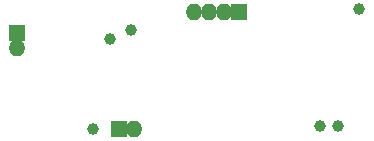
<source format=gbr>
G04 #@! TF.GenerationSoftware,KiCad,Pcbnew,(5.1.6)-1*
G04 #@! TF.CreationDate,2020-05-27T20:21:06+02:00*
G04 #@! TF.ProjectId,charger_stepup,63686172-6765-4725-9f73-74657075702e,rev?*
G04 #@! TF.SameCoordinates,Original*
G04 #@! TF.FileFunction,Soldermask,Bot*
G04 #@! TF.FilePolarity,Negative*
%FSLAX46Y46*%
G04 Gerber Fmt 4.6, Leading zero omitted, Abs format (unit mm)*
G04 Created by KiCad (PCBNEW (5.1.6)-1) date 2020-05-27 20:21:06*
%MOMM*%
%LPD*%
G01*
G04 APERTURE LIST*
%ADD10O,1.400000X1.400000*%
%ADD11R,1.400000X1.400000*%
%ADD12C,1.000000*%
G04 APERTURE END LIST*
D10*
G04 #@! TO.C,Charge*
X123952000Y-66548000D03*
D11*
X123952000Y-65278000D03*
G04 #@! TD*
D10*
G04 #@! TO.C,Bat EN GND 5V*
X138938000Y-63500000D03*
X140208000Y-63500000D03*
X141478000Y-63500000D03*
D11*
X142748000Y-63500000D03*
G04 #@! TD*
D10*
G04 #@! TO.C,Bat-+*
X133858000Y-73406000D03*
D11*
X132588000Y-73406000D03*
G04 #@! TD*
D12*
X152908000Y-63246000D03*
X133604000Y-65024000D03*
X130386000Y-73406000D03*
X131826000Y-65786000D03*
X151130000Y-73152000D03*
X149606000Y-73152000D03*
M02*

</source>
